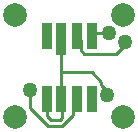
<source format=gtl>
G04*
G04 #@! TF.GenerationSoftware,Altium Limited,Altium Designer,22.2.1 (43)*
G04*
G04 Layer_Physical_Order=1*
G04 Layer_Color=255*
%FSLAX25Y25*%
%MOIN*%
G70*
G04*
G04 #@! TF.SameCoordinates,45019255-E314-4CC0-BBC9-7E872D735D2A*
G04*
G04*
G04 #@! TF.FilePolarity,Positive*
G04*
G01*
G75*
%ADD12R,0.03543X0.08858*%
%ADD13R,0.03543X0.11024*%
%ADD16C,0.01000*%
%ADD17C,0.07874*%
%ADD18C,0.05000*%
D12*
X-7480Y-10531D02*
D03*
X-2559D02*
D03*
X2559D02*
D03*
X7480D02*
D03*
X-7480Y10531D02*
D03*
X2559D02*
D03*
X7480D02*
D03*
D13*
X-2559Y9449D02*
D03*
D16*
X7500Y-1500D02*
X10752Y-4752D01*
Y-5918D02*
Y-4752D01*
Y-5918D02*
X12752Y-7918D01*
Y-9000D02*
Y-7918D01*
X-7000Y-19500D02*
X-2257D01*
X-6172Y-17500D02*
X-3086D01*
X-7480Y-16191D02*
Y-10531D01*
X-13000Y-13500D02*
X-7000Y-19500D01*
X-13000Y-13500D02*
Y-7500D01*
X-7480Y-16191D02*
X-6172Y-17500D01*
X1287Y-15955D02*
Y-11803D01*
X-3086Y-17500D02*
X-2500Y-16914D01*
Y-12500D01*
X1287Y-11803D02*
X2559Y-10531D01*
X-2257Y-19500D02*
X1287Y-15955D01*
X-2559Y-10531D02*
X-2500Y-10591D01*
X-2559Y-1500D02*
Y9449D01*
Y-10531D02*
Y-1500D01*
X7500D01*
X15602Y4602D02*
X18500Y7500D01*
Y8500D01*
X8449Y11500D02*
X13304D01*
X5087Y4602D02*
X15602D01*
X3831Y5859D02*
X5087Y4602D01*
X3831Y5859D02*
Y9260D01*
X2559Y10531D02*
X3831Y9260D01*
X-2500Y-12500D02*
Y-10591D01*
X7480Y10531D02*
X8449Y11500D01*
D17*
X18000Y-16500D02*
D03*
Y17500D02*
D03*
X-18000Y-16500D02*
D03*
Y17500D02*
D03*
D18*
X12752Y-9000D02*
D03*
X-13000Y-7500D02*
D03*
X13304Y11500D02*
D03*
X18500Y8500D02*
D03*
M02*

</source>
